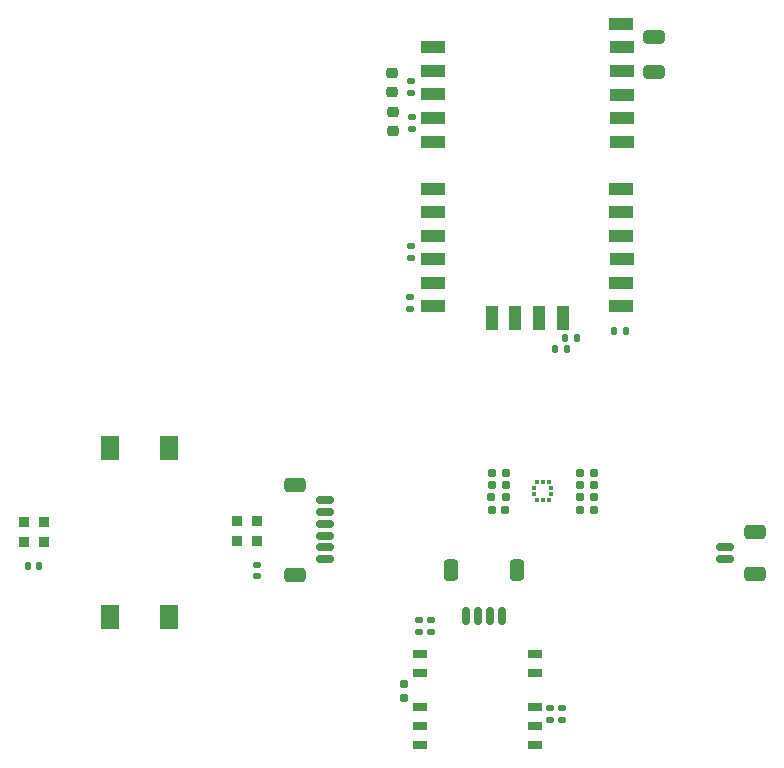
<source format=gbr>
%TF.GenerationSoftware,KiCad,Pcbnew,9.0.0*%
%TF.CreationDate,2025-03-27T23:54:47+01:00*%
%TF.ProjectId,flexpcb,666c6578-7063-4622-9e6b-696361645f70,rev?*%
%TF.SameCoordinates,Original*%
%TF.FileFunction,Paste,Bot*%
%TF.FilePolarity,Positive*%
%FSLAX46Y46*%
G04 Gerber Fmt 4.6, Leading zero omitted, Abs format (unit mm)*
G04 Created by KiCad (PCBNEW 9.0.0) date 2025-03-27 23:54:47*
%MOMM*%
%LPD*%
G01*
G04 APERTURE LIST*
G04 Aperture macros list*
%AMRoundRect*
0 Rectangle with rounded corners*
0 $1 Rounding radius*
0 $2 $3 $4 $5 $6 $7 $8 $9 X,Y pos of 4 corners*
0 Add a 4 corners polygon primitive as box body*
4,1,4,$2,$3,$4,$5,$6,$7,$8,$9,$2,$3,0*
0 Add four circle primitives for the rounded corners*
1,1,$1+$1,$2,$3*
1,1,$1+$1,$4,$5*
1,1,$1+$1,$6,$7*
1,1,$1+$1,$8,$9*
0 Add four rect primitives between the rounded corners*
20,1,$1+$1,$2,$3,$4,$5,0*
20,1,$1+$1,$4,$5,$6,$7,0*
20,1,$1+$1,$6,$7,$8,$9,0*
20,1,$1+$1,$8,$9,$2,$3,0*%
G04 Aperture macros list end*
%ADD10R,2.000000X1.000000*%
%ADD11R,1.000000X2.000000*%
%ADD12RoundRect,0.160000X-0.197500X-0.160000X0.197500X-0.160000X0.197500X0.160000X-0.197500X0.160000X0*%
%ADD13RoundRect,0.135000X-0.185000X0.135000X-0.185000X-0.135000X0.185000X-0.135000X0.185000X0.135000X0*%
%ADD14RoundRect,0.140000X0.170000X-0.140000X0.170000X0.140000X-0.170000X0.140000X-0.170000X-0.140000X0*%
%ADD15RoundRect,0.155000X-0.155000X0.212500X-0.155000X-0.212500X0.155000X-0.212500X0.155000X0.212500X0*%
%ADD16R,1.200000X0.800000*%
%ADD17RoundRect,0.150000X0.625000X-0.150000X0.625000X0.150000X-0.625000X0.150000X-0.625000X-0.150000X0*%
%ADD18RoundRect,0.250000X0.650000X-0.350000X0.650000X0.350000X-0.650000X0.350000X-0.650000X-0.350000X0*%
%ADD19RoundRect,0.155000X0.212500X0.155000X-0.212500X0.155000X-0.212500X-0.155000X0.212500X-0.155000X0*%
%ADD20RoundRect,0.250000X0.650000X-0.325000X0.650000X0.325000X-0.650000X0.325000X-0.650000X-0.325000X0*%
%ADD21RoundRect,0.135000X-0.135000X-0.185000X0.135000X-0.185000X0.135000X0.185000X-0.135000X0.185000X0*%
%ADD22RoundRect,0.140000X-0.140000X-0.170000X0.140000X-0.170000X0.140000X0.170000X-0.140000X0.170000X0*%
%ADD23RoundRect,0.150000X-0.625000X0.150000X-0.625000X-0.150000X0.625000X-0.150000X0.625000X0.150000X0*%
%ADD24RoundRect,0.250000X-0.650000X0.350000X-0.650000X-0.350000X0.650000X-0.350000X0.650000X0.350000X0*%
%ADD25R,0.325000X0.300000*%
%ADD26R,0.300000X0.325000*%
%ADD27RoundRect,0.160000X0.197500X0.160000X-0.197500X0.160000X-0.197500X-0.160000X0.197500X-0.160000X0*%
%ADD28RoundRect,0.218750X-0.256250X0.218750X-0.256250X-0.218750X0.256250X-0.218750X0.256250X0.218750X0*%
%ADD29R,1.500000X2.000000*%
%ADD30R,0.900000X0.900000*%
%ADD31RoundRect,0.218750X0.256250X-0.218750X0.256250X0.218750X-0.256250X0.218750X-0.256250X-0.218750X0*%
%ADD32RoundRect,0.150000X-0.150000X-0.625000X0.150000X-0.625000X0.150000X0.625000X-0.150000X0.625000X0*%
%ADD33RoundRect,0.250000X-0.350000X-0.650000X0.350000X-0.650000X0.350000X0.650000X-0.350000X0.650000X0*%
%ADD34RoundRect,0.135000X0.185000X-0.135000X0.185000X0.135000X-0.185000X0.135000X-0.185000X-0.135000X0*%
%ADD35RoundRect,0.140000X-0.170000X0.140000X-0.170000X-0.140000X0.170000X-0.140000X0.170000X0.140000X0*%
G04 APERTURE END LIST*
D10*
%TO.C,Tarvos1*%
X143810000Y-69958848D03*
X143830000Y-71948848D03*
X143830000Y-73938848D03*
X143840000Y-75938848D03*
X143840000Y-77928848D03*
X143830000Y-79918848D03*
X143820000Y-83908848D03*
X143820000Y-85908848D03*
X143820000Y-87898848D03*
X143830000Y-89868848D03*
X143810000Y-91888848D03*
X143810000Y-93868848D03*
X127900000Y-93868848D03*
X127880000Y-91878848D03*
X127870000Y-89888848D03*
X127880000Y-87888848D03*
X127890000Y-85898848D03*
X127880000Y-83918848D03*
X127880000Y-79918848D03*
X127890000Y-77928848D03*
X127890000Y-75928848D03*
X127910000Y-73938848D03*
X127900000Y-71938848D03*
D11*
X138850000Y-94838848D03*
X136820000Y-94838848D03*
X134840000Y-94838848D03*
X132880000Y-94858848D03*
%TD*%
D12*
%TO.C,R25*%
X140332500Y-109020000D03*
X141527500Y-109020000D03*
%TD*%
D13*
%TO.C,R8*%
X137810000Y-127850000D03*
X137810000Y-128870000D03*
%TD*%
D14*
%TO.C,C4*%
X127690000Y-121420000D03*
X127690000Y-120460000D03*
%TD*%
D15*
%TO.C,C5*%
X125450000Y-125862500D03*
X125450000Y-126997500D03*
%TD*%
D13*
%TO.C,R5*%
X126090000Y-77878848D03*
X126090000Y-78898848D03*
%TD*%
D16*
%TO.C,PA1010D1*%
X136500000Y-123310000D03*
X136500000Y-124910000D03*
X136500000Y-127810000D03*
X136500000Y-129410000D03*
X136500000Y-131010000D03*
X126800000Y-131010000D03*
X126800000Y-129410000D03*
X126800000Y-127810000D03*
X126800000Y-124910000D03*
X126800000Y-123310000D03*
%TD*%
D17*
%TO.C,U2*%
X152570000Y-115240000D03*
X152570000Y-114240000D03*
D18*
X155095000Y-116540000D03*
X155095000Y-112940000D03*
%TD*%
D12*
%TO.C,R14*%
X132815000Y-110050000D03*
X134010000Y-110050000D03*
%TD*%
D19*
%TO.C,C31*%
X134010000Y-107980000D03*
X132875000Y-107980000D03*
%TD*%
D20*
%TO.C,C1*%
X146600000Y-74020000D03*
X146600000Y-71070000D03*
%TD*%
D12*
%TO.C,R13*%
X132825000Y-108990000D03*
X134020000Y-108990000D03*
%TD*%
D21*
%TO.C,R2*%
X138230000Y-97518848D03*
X139250000Y-97518848D03*
%TD*%
D22*
%TO.C,C7*%
X93580000Y-115860000D03*
X94540000Y-115860000D03*
%TD*%
D23*
%TO.C,U1*%
X118710000Y-110290000D03*
X118710000Y-111290000D03*
X118710000Y-112290000D03*
X118710000Y-113290000D03*
X118710000Y-114290000D03*
X118710000Y-115290000D03*
D24*
X116185000Y-108990000D03*
X116185000Y-116590000D03*
%TD*%
D13*
%TO.C,R7*%
X138830000Y-127860000D03*
X138830000Y-128880000D03*
%TD*%
D12*
%TO.C,R26*%
X140332500Y-107990000D03*
X141527500Y-107990000D03*
%TD*%
D25*
%TO.C,U3*%
X136400000Y-109785000D03*
X136400000Y-109285000D03*
D26*
X136650000Y-108760000D03*
X137150000Y-108760000D03*
X137650000Y-108760000D03*
D25*
X137900000Y-109285000D03*
X137900000Y-109785000D03*
D26*
X137650000Y-110310000D03*
X137150000Y-110310000D03*
X136650000Y-110310000D03*
%TD*%
D27*
%TO.C,R27*%
X141527500Y-111100000D03*
X140332500Y-111100000D03*
%TD*%
D28*
%TO.C,D2*%
X124500000Y-77433848D03*
X124500000Y-79008848D03*
%TD*%
D27*
%TO.C,R23*%
X141527500Y-110050000D03*
X140332500Y-110050000D03*
%TD*%
D29*
%TO.C,SW2*%
X105500000Y-120190000D03*
X105500000Y-105890000D03*
X100500000Y-120190000D03*
X100500000Y-105890000D03*
%TD*%
D19*
%TO.C,C23*%
X133960000Y-111080000D03*
X132825000Y-111080000D03*
%TD*%
D30*
%TO.C,LED1*%
X111250000Y-113720000D03*
X112950000Y-113720000D03*
X112950000Y-112020000D03*
X111250000Y-112020000D03*
%TD*%
D31*
%TO.C,D1*%
X124440000Y-75696348D03*
X124440000Y-74121348D03*
%TD*%
D32*
%TO.C,J2*%
X130690000Y-120060000D03*
X131690000Y-120060000D03*
X132690000Y-120060000D03*
X133690000Y-120060000D03*
D33*
X129390000Y-116185000D03*
X134990000Y-116185000D03*
%TD*%
D14*
%TO.C,C3*%
X126720000Y-121410000D03*
X126720000Y-120450000D03*
%TD*%
D21*
%TO.C,R1*%
X139030000Y-96518848D03*
X140050000Y-96518848D03*
%TD*%
D30*
%TO.C,LED2*%
X93240000Y-112140000D03*
X93240000Y-113840000D03*
X94940000Y-113840000D03*
X94940000Y-112140000D03*
%TD*%
D14*
%TO.C,C2*%
X126000000Y-89748848D03*
X126000000Y-88788848D03*
%TD*%
D34*
%TO.C,R6*%
X125940000Y-94108848D03*
X125940000Y-93088848D03*
%TD*%
%TO.C,R4*%
X126010000Y-75818848D03*
X126010000Y-74798848D03*
%TD*%
D21*
%TO.C,R3*%
X143160000Y-95948848D03*
X144180000Y-95948848D03*
%TD*%
D35*
%TO.C,C6*%
X112950000Y-115740000D03*
X112950000Y-116700000D03*
%TD*%
M02*

</source>
